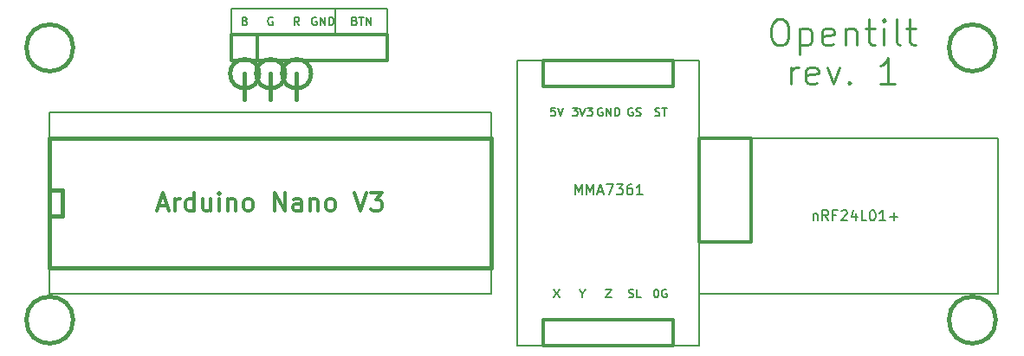
<source format=gto>
G04 (created by PCBNEW (2013-jul-07)-stable) date wo 25 sep 2013 09:33:20 CEST*
%MOIN*%
G04 Gerber Fmt 3.4, Leading zero omitted, Abs format*
%FSLAX34Y34*%
G01*
G70*
G90*
G04 APERTURE LIST*
%ADD10C,0.00590551*%
%ADD11C,0.00787402*%
%ADD12C,0.01*%
%ADD13C,0.015*%
%ADD14C,0.012*%
%ADD15C,0.008*%
G04 APERTURE END LIST*
G54D10*
G54D11*
X18500Y-21000D02*
X18500Y-28000D01*
X35500Y-21000D02*
X18500Y-21000D01*
X35500Y-28000D02*
X35500Y-21000D01*
X18500Y-28000D02*
X35500Y-28000D01*
X28760Y-17327D02*
X28730Y-17312D01*
X28685Y-17312D01*
X28640Y-17327D01*
X28610Y-17357D01*
X28595Y-17387D01*
X28580Y-17447D01*
X28580Y-17492D01*
X28595Y-17552D01*
X28610Y-17582D01*
X28640Y-17612D01*
X28685Y-17627D01*
X28715Y-17627D01*
X28760Y-17612D01*
X28775Y-17597D01*
X28775Y-17492D01*
X28715Y-17492D01*
X28910Y-17627D02*
X28910Y-17312D01*
X29089Y-17627D01*
X29089Y-17312D01*
X29239Y-17627D02*
X29239Y-17312D01*
X29314Y-17312D01*
X29359Y-17327D01*
X29389Y-17357D01*
X29404Y-17387D01*
X29419Y-17447D01*
X29419Y-17492D01*
X29404Y-17552D01*
X29389Y-17582D01*
X29359Y-17612D01*
X29314Y-17627D01*
X29239Y-17627D01*
X28097Y-17627D02*
X27992Y-17477D01*
X27917Y-17627D02*
X27917Y-17312D01*
X28037Y-17312D01*
X28067Y-17327D01*
X28082Y-17342D01*
X28097Y-17372D01*
X28097Y-17417D01*
X28082Y-17447D01*
X28067Y-17462D01*
X28037Y-17477D01*
X27917Y-17477D01*
X27082Y-17327D02*
X27052Y-17312D01*
X27007Y-17312D01*
X26962Y-17327D01*
X26932Y-17357D01*
X26917Y-17387D01*
X26902Y-17447D01*
X26902Y-17492D01*
X26917Y-17552D01*
X26932Y-17582D01*
X26962Y-17612D01*
X27007Y-17627D01*
X27037Y-17627D01*
X27082Y-17612D01*
X27097Y-17597D01*
X27097Y-17492D01*
X27037Y-17492D01*
X26022Y-17462D02*
X26067Y-17477D01*
X26082Y-17492D01*
X26097Y-17522D01*
X26097Y-17567D01*
X26082Y-17597D01*
X26067Y-17612D01*
X26037Y-17627D01*
X25917Y-17627D01*
X25917Y-17312D01*
X26022Y-17312D01*
X26052Y-17327D01*
X26067Y-17342D01*
X26082Y-17372D01*
X26082Y-17402D01*
X26067Y-17432D01*
X26052Y-17447D01*
X26022Y-17462D01*
X25917Y-17462D01*
X30237Y-17462D02*
X30282Y-17477D01*
X30297Y-17492D01*
X30312Y-17522D01*
X30312Y-17567D01*
X30297Y-17597D01*
X30282Y-17612D01*
X30252Y-17627D01*
X30132Y-17627D01*
X30132Y-17312D01*
X30237Y-17312D01*
X30267Y-17327D01*
X30282Y-17342D01*
X30297Y-17372D01*
X30297Y-17402D01*
X30282Y-17432D01*
X30267Y-17447D01*
X30237Y-17462D01*
X30132Y-17462D01*
X30402Y-17312D02*
X30582Y-17312D01*
X30492Y-17627D02*
X30492Y-17312D01*
X30687Y-17627D02*
X30687Y-17312D01*
X30867Y-17627D01*
X30867Y-17312D01*
X41827Y-27812D02*
X41857Y-27812D01*
X41887Y-27827D01*
X41902Y-27842D01*
X41917Y-27872D01*
X41932Y-27932D01*
X41932Y-28007D01*
X41917Y-28067D01*
X41902Y-28097D01*
X41887Y-28112D01*
X41857Y-28127D01*
X41827Y-28127D01*
X41797Y-28112D01*
X41782Y-28097D01*
X41767Y-28067D01*
X41752Y-28007D01*
X41752Y-27932D01*
X41767Y-27872D01*
X41782Y-27842D01*
X41797Y-27827D01*
X41827Y-27812D01*
X42232Y-27827D02*
X42202Y-27812D01*
X42157Y-27812D01*
X42112Y-27827D01*
X42082Y-27857D01*
X42067Y-27887D01*
X42052Y-27947D01*
X42052Y-27992D01*
X42067Y-28052D01*
X42082Y-28082D01*
X42112Y-28112D01*
X42157Y-28127D01*
X42187Y-28127D01*
X42232Y-28112D01*
X42247Y-28097D01*
X42247Y-27992D01*
X42187Y-27992D01*
X40782Y-28112D02*
X40827Y-28127D01*
X40902Y-28127D01*
X40932Y-28112D01*
X40947Y-28097D01*
X40962Y-28067D01*
X40962Y-28037D01*
X40947Y-28007D01*
X40932Y-27992D01*
X40902Y-27977D01*
X40842Y-27962D01*
X40812Y-27947D01*
X40797Y-27932D01*
X40782Y-27902D01*
X40782Y-27872D01*
X40797Y-27842D01*
X40812Y-27827D01*
X40842Y-27812D01*
X40917Y-27812D01*
X40962Y-27827D01*
X41247Y-28127D02*
X41097Y-28127D01*
X41097Y-27812D01*
X39895Y-27812D02*
X40104Y-27812D01*
X39895Y-28127D01*
X40104Y-28127D01*
X39000Y-27977D02*
X39000Y-28127D01*
X38895Y-27812D02*
X39000Y-27977D01*
X39104Y-27812D01*
X37895Y-27812D02*
X38104Y-28127D01*
X38104Y-27812D02*
X37895Y-28127D01*
X41790Y-21112D02*
X41835Y-21127D01*
X41910Y-21127D01*
X41940Y-21112D01*
X41955Y-21097D01*
X41970Y-21067D01*
X41970Y-21037D01*
X41955Y-21007D01*
X41940Y-20992D01*
X41910Y-20977D01*
X41850Y-20962D01*
X41820Y-20947D01*
X41805Y-20932D01*
X41790Y-20902D01*
X41790Y-20872D01*
X41805Y-20842D01*
X41820Y-20827D01*
X41850Y-20812D01*
X41925Y-20812D01*
X41970Y-20827D01*
X42059Y-20812D02*
X42239Y-20812D01*
X42149Y-21127D02*
X42149Y-20812D01*
X40932Y-20827D02*
X40902Y-20812D01*
X40857Y-20812D01*
X40812Y-20827D01*
X40782Y-20857D01*
X40767Y-20887D01*
X40752Y-20947D01*
X40752Y-20992D01*
X40767Y-21052D01*
X40782Y-21082D01*
X40812Y-21112D01*
X40857Y-21127D01*
X40887Y-21127D01*
X40932Y-21112D01*
X40947Y-21097D01*
X40947Y-20992D01*
X40887Y-20992D01*
X41067Y-21112D02*
X41112Y-21127D01*
X41187Y-21127D01*
X41217Y-21112D01*
X41232Y-21097D01*
X41247Y-21067D01*
X41247Y-21037D01*
X41232Y-21007D01*
X41217Y-20992D01*
X41187Y-20977D01*
X41127Y-20962D01*
X41097Y-20947D01*
X41082Y-20932D01*
X41067Y-20902D01*
X41067Y-20872D01*
X41082Y-20842D01*
X41097Y-20827D01*
X41127Y-20812D01*
X41202Y-20812D01*
X41247Y-20827D01*
X39760Y-20827D02*
X39730Y-20812D01*
X39685Y-20812D01*
X39640Y-20827D01*
X39610Y-20857D01*
X39595Y-20887D01*
X39580Y-20947D01*
X39580Y-20992D01*
X39595Y-21052D01*
X39610Y-21082D01*
X39640Y-21112D01*
X39685Y-21127D01*
X39715Y-21127D01*
X39760Y-21112D01*
X39775Y-21097D01*
X39775Y-20992D01*
X39715Y-20992D01*
X39910Y-21127D02*
X39910Y-20812D01*
X40089Y-21127D01*
X40089Y-20812D01*
X40239Y-21127D02*
X40239Y-20812D01*
X40314Y-20812D01*
X40359Y-20827D01*
X40389Y-20857D01*
X40404Y-20887D01*
X40419Y-20947D01*
X40419Y-20992D01*
X40404Y-21052D01*
X40389Y-21082D01*
X40359Y-21112D01*
X40314Y-21127D01*
X40239Y-21127D01*
X38610Y-20812D02*
X38805Y-20812D01*
X38700Y-20932D01*
X38745Y-20932D01*
X38775Y-20947D01*
X38790Y-20962D01*
X38805Y-20992D01*
X38805Y-21067D01*
X38790Y-21097D01*
X38775Y-21112D01*
X38745Y-21127D01*
X38655Y-21127D01*
X38625Y-21112D01*
X38610Y-21097D01*
X38895Y-20812D02*
X39000Y-21127D01*
X39104Y-20812D01*
X39179Y-20812D02*
X39374Y-20812D01*
X39269Y-20932D01*
X39314Y-20932D01*
X39344Y-20947D01*
X39359Y-20962D01*
X39374Y-20992D01*
X39374Y-21067D01*
X39359Y-21097D01*
X39344Y-21112D01*
X39314Y-21127D01*
X39224Y-21127D01*
X39194Y-21112D01*
X39179Y-21097D01*
X37940Y-20812D02*
X37790Y-20812D01*
X37775Y-20962D01*
X37790Y-20947D01*
X37820Y-20932D01*
X37895Y-20932D01*
X37925Y-20947D01*
X37940Y-20962D01*
X37955Y-20992D01*
X37955Y-21067D01*
X37940Y-21097D01*
X37925Y-21112D01*
X37895Y-21127D01*
X37820Y-21127D01*
X37790Y-21112D01*
X37775Y-21097D01*
X38044Y-20812D02*
X38149Y-21127D01*
X38254Y-20812D01*
X25500Y-17000D02*
X25500Y-18000D01*
X29500Y-17000D02*
X25500Y-17000D01*
X31500Y-17000D02*
X31500Y-18000D01*
X29500Y-17000D02*
X31500Y-17000D01*
X29500Y-18000D02*
X29500Y-17000D01*
X43500Y-22000D02*
X43500Y-28000D01*
X55000Y-22000D02*
X43500Y-22000D01*
X55000Y-28000D02*
X55000Y-22000D01*
X43500Y-28000D02*
X55000Y-28000D01*
X43500Y-22000D02*
X43500Y-28000D01*
X36500Y-30000D02*
X36500Y-19000D01*
X43500Y-30000D02*
X36500Y-30000D01*
X43500Y-19000D02*
X43500Y-30000D01*
X36500Y-19000D02*
X43500Y-19000D01*
G54D12*
X46500Y-17404D02*
X46690Y-17404D01*
X46785Y-17452D01*
X46880Y-17547D01*
X46928Y-17738D01*
X46928Y-18071D01*
X46880Y-18261D01*
X46785Y-18357D01*
X46690Y-18404D01*
X46500Y-18404D01*
X46404Y-18357D01*
X46309Y-18261D01*
X46261Y-18071D01*
X46261Y-17738D01*
X46309Y-17547D01*
X46404Y-17452D01*
X46500Y-17404D01*
X47357Y-17738D02*
X47357Y-18738D01*
X47357Y-17785D02*
X47452Y-17738D01*
X47642Y-17738D01*
X47738Y-17785D01*
X47785Y-17833D01*
X47833Y-17928D01*
X47833Y-18214D01*
X47785Y-18309D01*
X47738Y-18357D01*
X47642Y-18404D01*
X47452Y-18404D01*
X47357Y-18357D01*
X48642Y-18357D02*
X48547Y-18404D01*
X48357Y-18404D01*
X48261Y-18357D01*
X48214Y-18261D01*
X48214Y-17880D01*
X48261Y-17785D01*
X48357Y-17738D01*
X48547Y-17738D01*
X48642Y-17785D01*
X48690Y-17880D01*
X48690Y-17976D01*
X48214Y-18071D01*
X49119Y-17738D02*
X49119Y-18404D01*
X49119Y-17833D02*
X49166Y-17785D01*
X49261Y-17738D01*
X49404Y-17738D01*
X49500Y-17785D01*
X49547Y-17880D01*
X49547Y-18404D01*
X49880Y-17738D02*
X50261Y-17738D01*
X50023Y-17404D02*
X50023Y-18261D01*
X50071Y-18357D01*
X50166Y-18404D01*
X50261Y-18404D01*
X50595Y-18404D02*
X50595Y-17738D01*
X50595Y-17404D02*
X50547Y-17452D01*
X50595Y-17500D01*
X50642Y-17452D01*
X50595Y-17404D01*
X50595Y-17500D01*
X51214Y-18404D02*
X51119Y-18357D01*
X51071Y-18261D01*
X51071Y-17404D01*
X51452Y-17738D02*
X51833Y-17738D01*
X51595Y-17404D02*
X51595Y-18261D01*
X51642Y-18357D01*
X51738Y-18404D01*
X51833Y-18404D01*
X47023Y-19904D02*
X47023Y-19238D01*
X47023Y-19428D02*
X47071Y-19333D01*
X47119Y-19285D01*
X47214Y-19238D01*
X47309Y-19238D01*
X48023Y-19857D02*
X47928Y-19904D01*
X47738Y-19904D01*
X47642Y-19857D01*
X47595Y-19761D01*
X47595Y-19380D01*
X47642Y-19285D01*
X47738Y-19238D01*
X47928Y-19238D01*
X48023Y-19285D01*
X48071Y-19380D01*
X48071Y-19476D01*
X47595Y-19571D01*
X48404Y-19238D02*
X48642Y-19904D01*
X48880Y-19238D01*
X49261Y-19809D02*
X49309Y-19857D01*
X49261Y-19904D01*
X49214Y-19857D01*
X49261Y-19809D01*
X49261Y-19904D01*
X51023Y-19904D02*
X50452Y-19904D01*
X50738Y-19904D02*
X50738Y-18904D01*
X50642Y-19047D01*
X50547Y-19142D01*
X50452Y-19190D01*
G54D13*
X26000Y-19500D02*
X26000Y-20500D01*
X26559Y-19500D02*
G75*
G03X26559Y-19500I-559J0D01*
G74*
G01*
X27000Y-19500D02*
X27000Y-20500D01*
X27559Y-19500D02*
G75*
G03X27559Y-19500I-559J0D01*
G74*
G01*
X28000Y-19500D02*
X28000Y-20500D01*
X28559Y-19500D02*
G75*
G03X28559Y-19500I-559J0D01*
G74*
G01*
G54D14*
X37500Y-19000D02*
X37500Y-20000D01*
X42500Y-20000D02*
X42500Y-19000D01*
X37500Y-19000D02*
X42500Y-19000D01*
X42500Y-20000D02*
X37500Y-20000D01*
X37500Y-29000D02*
X37500Y-30000D01*
X42500Y-30000D02*
X42500Y-29000D01*
X37500Y-29000D02*
X42500Y-29000D01*
X42500Y-30000D02*
X37500Y-30000D01*
X45500Y-22000D02*
X45500Y-26000D01*
X45500Y-26000D02*
X43500Y-26000D01*
X43500Y-26000D02*
X43500Y-22000D01*
X43500Y-22000D02*
X45500Y-22000D01*
X25500Y-19000D02*
X25500Y-18000D01*
X25500Y-18000D02*
X31500Y-18000D01*
X31500Y-18000D02*
X31500Y-19000D01*
X31500Y-19000D02*
X25500Y-19000D01*
X26500Y-19000D02*
X26500Y-18000D01*
G54D13*
X18500Y-22000D02*
X35500Y-22000D01*
X35500Y-22000D02*
X35500Y-27000D01*
X35500Y-27000D02*
X18500Y-27000D01*
X18500Y-27000D02*
X18500Y-22000D01*
X18500Y-25000D02*
X19000Y-25000D01*
X19000Y-25000D02*
X19000Y-24000D01*
X19000Y-24000D02*
X18500Y-24000D01*
X54900Y-18500D02*
G75*
G03X54900Y-18500I-900J0D01*
G74*
G01*
X54900Y-29000D02*
G75*
G03X54900Y-29000I-900J0D01*
G74*
G01*
X19400Y-18500D02*
G75*
G03X19400Y-18500I-900J0D01*
G74*
G01*
X19400Y-29000D02*
G75*
G03X19400Y-29000I-900J0D01*
G74*
G01*
G54D15*
X38704Y-24161D02*
X38704Y-23761D01*
X38838Y-24047D01*
X38971Y-23761D01*
X38971Y-24161D01*
X39161Y-24161D02*
X39161Y-23761D01*
X39295Y-24047D01*
X39428Y-23761D01*
X39428Y-24161D01*
X39600Y-24047D02*
X39790Y-24047D01*
X39561Y-24161D02*
X39695Y-23761D01*
X39828Y-24161D01*
X39923Y-23761D02*
X40190Y-23761D01*
X40019Y-24161D01*
X40304Y-23761D02*
X40552Y-23761D01*
X40419Y-23914D01*
X40476Y-23914D01*
X40514Y-23933D01*
X40533Y-23952D01*
X40552Y-23990D01*
X40552Y-24085D01*
X40533Y-24123D01*
X40514Y-24142D01*
X40476Y-24161D01*
X40361Y-24161D01*
X40323Y-24142D01*
X40304Y-24123D01*
X40895Y-23761D02*
X40819Y-23761D01*
X40780Y-23780D01*
X40761Y-23800D01*
X40723Y-23857D01*
X40704Y-23933D01*
X40704Y-24085D01*
X40723Y-24123D01*
X40742Y-24142D01*
X40780Y-24161D01*
X40857Y-24161D01*
X40895Y-24142D01*
X40914Y-24123D01*
X40933Y-24085D01*
X40933Y-23990D01*
X40914Y-23952D01*
X40895Y-23933D01*
X40857Y-23914D01*
X40780Y-23914D01*
X40742Y-23933D01*
X40723Y-23952D01*
X40704Y-23990D01*
X41314Y-24161D02*
X41085Y-24161D01*
X41200Y-24161D02*
X41200Y-23761D01*
X41161Y-23819D01*
X41123Y-23857D01*
X41085Y-23876D01*
X47871Y-24895D02*
X47871Y-25161D01*
X47871Y-24933D02*
X47890Y-24914D01*
X47928Y-24895D01*
X47985Y-24895D01*
X48023Y-24914D01*
X48042Y-24952D01*
X48042Y-25161D01*
X48461Y-25161D02*
X48328Y-24971D01*
X48233Y-25161D02*
X48233Y-24761D01*
X48385Y-24761D01*
X48423Y-24780D01*
X48442Y-24800D01*
X48461Y-24838D01*
X48461Y-24895D01*
X48442Y-24933D01*
X48423Y-24952D01*
X48385Y-24971D01*
X48233Y-24971D01*
X48766Y-24952D02*
X48633Y-24952D01*
X48633Y-25161D02*
X48633Y-24761D01*
X48823Y-24761D01*
X48957Y-24800D02*
X48976Y-24780D01*
X49014Y-24761D01*
X49109Y-24761D01*
X49147Y-24780D01*
X49166Y-24800D01*
X49185Y-24838D01*
X49185Y-24876D01*
X49166Y-24933D01*
X48938Y-25161D01*
X49185Y-25161D01*
X49528Y-24895D02*
X49528Y-25161D01*
X49433Y-24742D02*
X49338Y-25028D01*
X49585Y-25028D01*
X49928Y-25161D02*
X49738Y-25161D01*
X49738Y-24761D01*
X50138Y-24761D02*
X50176Y-24761D01*
X50214Y-24780D01*
X50233Y-24800D01*
X50252Y-24838D01*
X50271Y-24914D01*
X50271Y-25009D01*
X50252Y-25085D01*
X50233Y-25123D01*
X50214Y-25142D01*
X50176Y-25161D01*
X50138Y-25161D01*
X50100Y-25142D01*
X50080Y-25123D01*
X50061Y-25085D01*
X50042Y-25009D01*
X50042Y-24914D01*
X50061Y-24838D01*
X50080Y-24800D01*
X50100Y-24780D01*
X50138Y-24761D01*
X50652Y-25161D02*
X50423Y-25161D01*
X50538Y-25161D02*
X50538Y-24761D01*
X50500Y-24819D01*
X50461Y-24857D01*
X50423Y-24876D01*
X50823Y-25009D02*
X51128Y-25009D01*
X50976Y-25161D02*
X50976Y-24857D01*
G54D14*
X22699Y-24583D02*
X23033Y-24583D01*
X22633Y-24783D02*
X22866Y-24083D01*
X23099Y-24783D01*
X23333Y-24783D02*
X23333Y-24316D01*
X23333Y-24450D02*
X23366Y-24383D01*
X23399Y-24350D01*
X23466Y-24316D01*
X23533Y-24316D01*
X24066Y-24783D02*
X24066Y-24083D01*
X24066Y-24750D02*
X23999Y-24783D01*
X23866Y-24783D01*
X23799Y-24750D01*
X23766Y-24716D01*
X23733Y-24650D01*
X23733Y-24450D01*
X23766Y-24383D01*
X23799Y-24350D01*
X23866Y-24316D01*
X23999Y-24316D01*
X24066Y-24350D01*
X24699Y-24316D02*
X24699Y-24783D01*
X24399Y-24316D02*
X24399Y-24683D01*
X24433Y-24750D01*
X24499Y-24783D01*
X24599Y-24783D01*
X24666Y-24750D01*
X24699Y-24716D01*
X25033Y-24783D02*
X25033Y-24316D01*
X25033Y-24083D02*
X25000Y-24116D01*
X25033Y-24150D01*
X25066Y-24116D01*
X25033Y-24083D01*
X25033Y-24150D01*
X25366Y-24316D02*
X25366Y-24783D01*
X25366Y-24383D02*
X25400Y-24350D01*
X25466Y-24316D01*
X25566Y-24316D01*
X25633Y-24350D01*
X25666Y-24416D01*
X25666Y-24783D01*
X26100Y-24783D02*
X26033Y-24750D01*
X26000Y-24716D01*
X25966Y-24650D01*
X25966Y-24450D01*
X26000Y-24383D01*
X26033Y-24350D01*
X26100Y-24316D01*
X26200Y-24316D01*
X26266Y-24350D01*
X26300Y-24383D01*
X26333Y-24450D01*
X26333Y-24650D01*
X26300Y-24716D01*
X26266Y-24750D01*
X26200Y-24783D01*
X26100Y-24783D01*
X27166Y-24783D02*
X27166Y-24083D01*
X27566Y-24783D01*
X27566Y-24083D01*
X28200Y-24783D02*
X28200Y-24416D01*
X28166Y-24350D01*
X28100Y-24316D01*
X27966Y-24316D01*
X27900Y-24350D01*
X28200Y-24750D02*
X28133Y-24783D01*
X27966Y-24783D01*
X27900Y-24750D01*
X27866Y-24683D01*
X27866Y-24616D01*
X27900Y-24550D01*
X27966Y-24516D01*
X28133Y-24516D01*
X28200Y-24483D01*
X28533Y-24316D02*
X28533Y-24783D01*
X28533Y-24383D02*
X28566Y-24350D01*
X28633Y-24316D01*
X28733Y-24316D01*
X28800Y-24350D01*
X28833Y-24416D01*
X28833Y-24783D01*
X29266Y-24783D02*
X29200Y-24750D01*
X29166Y-24716D01*
X29133Y-24650D01*
X29133Y-24450D01*
X29166Y-24383D01*
X29200Y-24350D01*
X29266Y-24316D01*
X29366Y-24316D01*
X29433Y-24350D01*
X29466Y-24383D01*
X29500Y-24450D01*
X29500Y-24650D01*
X29466Y-24716D01*
X29433Y-24750D01*
X29366Y-24783D01*
X29266Y-24783D01*
X30233Y-24083D02*
X30466Y-24783D01*
X30700Y-24083D01*
X30866Y-24083D02*
X31300Y-24083D01*
X31066Y-24350D01*
X31166Y-24350D01*
X31233Y-24383D01*
X31266Y-24416D01*
X31300Y-24483D01*
X31300Y-24650D01*
X31266Y-24716D01*
X31233Y-24750D01*
X31166Y-24783D01*
X30966Y-24783D01*
X30900Y-24750D01*
X30866Y-24716D01*
M02*

</source>
